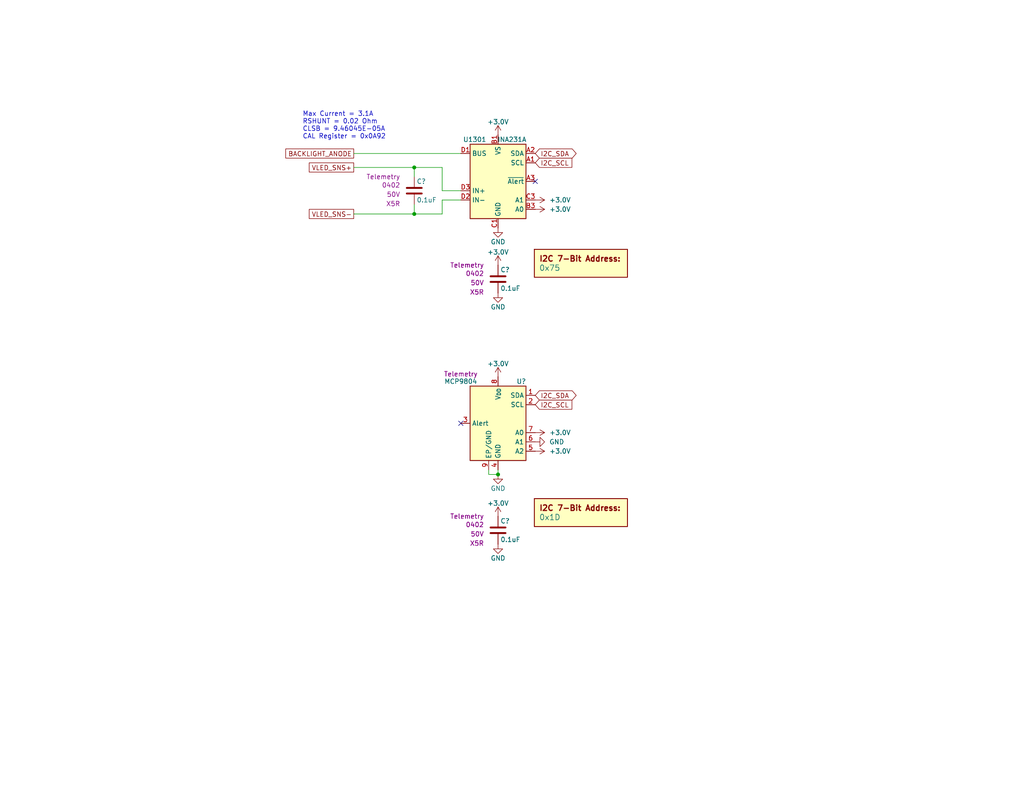
<source format=kicad_sch>
(kicad_sch (version 20231120) (generator "eeschema") (generator_version "8.0")
  (paper "A")
  (title_block (title "Thermal Camera") (date "2024-05-24") (rev "PRELIM") (company "Drew Maatman and Michael Laffin"))
  (lib_symbols
    (symbol "Custom Library:+3.0V" (power) (pin_names (offset 0))
      (property "Value" "+3.0V" (at 0 3.556 0))
      (symbol "+3.0V_0_1"
        (polyline (pts (xy -0.762 1.27) (xy 0 2.54)))
        (polyline (pts (xy 0 0) (xy 0 2.54)))
        (polyline (pts (xy 0 2.54) (xy 0.762 1.27)))
      )
      (symbol "+3.0V_1_1"
        (pin power_in line (at 0 0 90) (length 0) hide (name "+3.0V") (number "1"))
      )
    )
    (symbol "Custom Library:INA231A"
      (property "Reference" "U" (at -6.35 11.43 0))
      (property "Value" "INA231A" (at 3.81 11.43 0))
      (symbol "INA231A_0_1"
        (rectangle (start 7.62 10.16) (end -7.62 -10.16) (stroke (width 0.254)) (fill (type background)))
      )
      (symbol "INA231A_1_1"
        (pin input line (at 10.16 5.08 180) (length 2.54) (name "SCL") (number "A1"))
        (pin bidirectional line (at 10.16 7.62 180) (length 2.54) (name "SDA") (number "A2"))
        (pin open_collector line (at 10.16 0 180) (length 2.54) (name "~{Alert}") (number "A3"))
        (pin power_in line (at 0 12.7 270) (length 2.54) (name "VS") (number "B1"))
        (pin no_connect line (at 2.54 -12.7 90) (length 2.54) hide (name "NC") (number "B2"))
        (pin input line (at 10.16 -7.62 180) (length 2.54) (name "A0") (number "B3"))
        (pin power_in line (at 0 -12.7 90) (length 2.54) (name "GND") (number "C1"))
        (pin no_connect line (at 5.08 -12.7 90) (length 2.54) hide (name "NC") (number "C2"))
        (pin input line (at 10.16 -5.08 180) (length 2.54) (name "A1") (number "C3"))
        (pin input line (at -10.16 7.62 0) (length 2.54) (name "BUS") (number "D1"))
        (pin input line (at -10.16 -5.08 0) (length 2.54) (name "IN-") (number "D2"))
        (pin input line (at -10.16 -2.54 0) (length 2.54) (name "IN+") (number "D3"))
      )
    )
    (symbol "Custom_Library:C_Custom" (pin_numbers hide) (pin_names (offset 0.254))
      (property "Reference" "C" (at 0.635 2.54 0))
      (property "Value" "Custom_Library_C_Custom" (at 0.635 -2.54 0))
      (property "display_footprint" "Foot" (at -3.81 2.54 0))
      (property "Voltage" "V" (at -3.81 0 0))
      (property "Dielectric" "Er" (at -3.81 -2.54 0))
      (symbol "C_Custom_0_1"
        (polyline (pts (xy -2.032 -0.762) (xy 2.032 -0.762)) (stroke (width 0.508)))
        (polyline (pts (xy -2.032 0.762) (xy 2.032 0.762)) (stroke (width 0.508)))
      )
      (symbol "C_Custom_1_1"
        (pin passive line (at 0 3.81 270) (length 2.794) (name "~") (number "1"))
        (pin passive line (at 0 -3.81 90) (length 2.794) (name "~") (number "2"))
      )
    )
    (symbol "Custom_Library:I2C_Address" (pin_names (offset 1.016))
      (property "Value" "Custom_Library_I2C_Address" (at -11.43 0 0))
      (symbol "I2C_Address_0_0"
        (rectangle (start -12.7 5.08) (end 12.7 -2.54) (stroke (width 0.254)) (fill (type background)))
        (text "I2C 7-Bit Address:" (at -11.43 2.54 0) (effects (font (size 1.524 1.524) (bold yes)) (justify left)))
      )
    )
    (symbol "Sensor_Temperature:MCP9804_DFN"
      (property "Reference" "U" (at -6.35 11.43 0))
      (property "Value" "MCP9804_DFN" (at 10.16 11.43 0))
      (symbol "MCP9804_DFN_0_1"
        (rectangle (start -7.62 10.16) (end 7.62 -10.16) (stroke (width 0.254)) (fill (type background)))
      )
      (symbol "MCP9804_DFN_1_1"
        (pin bidirectional line (at -10.16 7.62 0) (length 2.54) (name "SDA") (number "1"))
        (pin input line (at -10.16 5.08 0) (length 2.54) (name "SCL") (number "2"))
        (pin output line (at 10.16 0 180) (length 2.54) (name "Alert") (number "3"))
        (pin power_in line (at 0 -12.7 90) (length 2.54) (name "GND") (number "4"))
        (pin input line (at -10.16 -7.62 0) (length 2.54) (name "A2") (number "5"))
        (pin input line (at -10.16 -5.08 0) (length 2.54) (name "A1") (number "6"))
        (pin input line (at -10.16 -2.54 0) (length 2.54) (name "A0") (number "7"))
        (pin power_in line (at 0 12.7 270) (length 2.54) (name "V_{DD}") (number "8"))
        (pin power_in line (at 2.54 -12.7 90) (length 2.54) (name "EP/GND") (number "9"))
      )
    )
    (symbol "power:GND" (power) (pin_names (offset 0))
      (property "Value" "GND" (at 0 -3.81 0))
      (symbol "GND_0_1"
        (polyline (pts (xy 0 0) (xy 0 -1.27) (xy 1.27 -1.27) (xy 0 -2.54) (xy -1.27 -1.27) (xy 0 -1.27)))
      )
      (symbol "GND_1_1"
        (pin power_in line (at 0 0 270) (length 0) hide (name "GND") (number "1"))
      )
    )
  )
  (junction (at 113.03 45.72))
  (junction (at 135.89 129.54))
  (junction (at 113.03 58.42))
  (no_connect (at 125.73 115.57))
  (no_connect (at 146.05 49.53))
  (wire (pts (xy 135.89 129.54) (xy 135.89 128.27)))
  (wire (pts (xy 120.65 54.61) (xy 120.65 58.42)))
  (wire (pts (xy 113.03 48.26) (xy 113.03 45.72)))
  (wire (pts (xy 113.03 55.88) (xy 113.03 58.42)))
  (wire (pts (xy 135.89 129.54) (xy 133.35 129.54)))
  (wire (pts (xy 120.65 58.42) (xy 113.03 58.42)))
  (wire (pts (xy 96.52 58.42) (xy 113.03 58.42)))
  (wire (pts (xy 120.65 52.07) (xy 120.65 45.72)))
  (wire (pts (xy 120.65 54.61) (xy 125.73 54.61)))
  (wire (pts (xy 125.73 52.07) (xy 120.65 52.07)))
  (wire (pts (xy 96.52 41.91) (xy 125.73 41.91)))
  (wire (pts (xy 96.52 45.72) (xy 113.03 45.72)))
  (wire (pts (xy 120.65 45.72) (xy 113.03 45.72)))
  (wire (pts (xy 133.35 129.54) (xy 133.35 128.27)))
  (text "Max Current = 3.1A\nRSHUNT = 0.02 Ohm\nCLSB = 9.46045E-05A\nCAL Register = 0x0A92" (at 82.55 38.1 0) (effects (font (size 1.27 1.27)) (justify left bottom)))
  (global_label "VLED_SNS+" (shape passive) (at 96.52 45.72 180) (property "Intersheetrefs" "${INTERSHEET_REFS}" (effects (hide yes))))
  (global_label "VLED_SNS-" (shape passive) (at 96.52 58.42 180) (property "Intersheetrefs" "${INTERSHEET_REFS}" (effects (hide yes))))
  (global_label "I2C_SDA" (shape bidirectional) (at 146.05 41.91 0) (property "Intersheetrefs" "${INTERSHEET_REFS}" (effects (hide yes))))
  (global_label "I2C_SCL" (shape input) (at 146.05 44.45 0) (property "Intersheetrefs" "${INTERSHEET_REFS}" (effects (hide yes))))
  (global_label "BACKLIGHT_ANODE" (shape passive) (at 96.52 41.91 180) (property "Intersheetrefs" "${INTERSHEET_REFS}" (effects (hide yes))))
  (global_label "I2C_SDA" (shape bidirectional) (at 146.05 107.95 0) (property "Intersheetrefs" "${INTERSHEET_REFS}" (effects (hide yes))))
  (global_label "I2C_SCL" (shape input) (at 146.05 110.49 0) (property "Intersheetrefs" "${INTERSHEET_REFS}" (effects (hide yes))))
  (symbol (lib_id "Custom_Library:C_Custom") (at 113.03 52.07 0) (unit 1)
    (property "Reference" "C?" (at 113.665 49.53 0) (effects (justify left)))
    (property "Value" "0.1uF" (at 113.665 54.61 0) (effects (justify left)))
    (property "Footprint" "Capacitors_SMD:C_0402" (effects (hide yes)))
    (property "display_footprint" "0402" (at 109.22 50.546 0) (effects (justify right)))
    (property "Voltage" "50V" (at 109.22 53.086 0) (effects (justify right)))
    (property "Dielectric" "X5R" (at 109.22 55.626 0) (effects (justify right)))
    (property "Configuration" "Telemetry" (at 109.22 48.26 0) (effects (justify right)))
    (instances (project "Nixie_Clock_Core" (path "" (reference "C?") (unit 1))) (project "LED_Panel_Controller" (path "" (reference "C?") (unit 1)) (path "" (reference "C?") (unit 1)) (path "" (reference "C?") (unit 1)) (path "" (reference "C?") (unit 1)) (path "" (reference "C?") (unit 1)) (path "" (reference "C?") (unit 1)) (path "" (reference "C?") (unit 1))) (project "Thermal_Camera" (path "" (reference "C1301") (unit 1))))
  )
  (symbol (lib_id "Custom Library:+3.0V") (at 146.05 118.11 270) (unit 1)
    (property "Reference" "#PWR01311" (effects (hide yes)))
    (property "Value" "+3.0V" (at 149.86 118.1099 90) (effects (justify left)))
  )
  (symbol (lib_id "Custom Library:+3.0V") (at 135.89 72.39 0) (unit 1)
    (property "Reference" "#PWR01303" (effects (hide yes)))
    (property "Value" "+3.0V" (at 135.89 68.834 0))
  )
  (symbol (lib_id "power:GND") (at 135.89 148.59 0) (unit 1)
    (property "Reference" "#PWR?" (effects (hide yes)))
    (property "Value" "GND" (at 135.89 152.4 0))
    (instances (project "Nixie_Clock_Core" (path "" (reference "#PWR?") (unit 1))) (project "LED_Panel_Controller" (path "" (reference "#PWR?") (unit 1)) (path "" (reference "#PWR?") (unit 1)) (path "" (reference "#PWR?") (unit 1)) (path "" (reference "#PWR?") (unit 1)) (path "" (reference "#PWR?") (unit 1)) (path "" (reference "#PWR?") (unit 1))) (project "Thermal_Camera" (path "" (reference "#PWR01308") (unit 1))))
  )
  (symbol (lib_id "Custom Library:+3.0V") (at 135.89 36.83 0) (unit 1)
    (property "Reference" "#PWR01301" (effects (hide yes)))
    (property "Value" "+3.0V" (at 135.89 33.274 0))
  )
  (symbol (lib_id "power:GND") (at 146.05 120.65 90) (mirror x) (unit 1)
    (property "Reference" "#PWR01312" (effects (hide yes)))
    (property "Value" "GND" (at 149.86 120.6499 90) (effects (justify right)))
  )
  (symbol (lib_id "Custom Library:+3.0V") (at 146.05 123.19 270) (unit 1)
    (property "Reference" "#PWR01313" (effects (hide yes)))
    (property "Value" "+3.0V" (at 149.86 123.1899 90) (effects (justify left)))
  )
  (symbol (lib_id "Custom Library:+3.0V") (at 146.05 57.15 270) (unit 1)
    (property "Reference" "#PWR01310" (effects (hide yes)))
    (property "Value" "+3.0V" (at 149.86 57.1499 90) (effects (justify left)))
  )
  (symbol (lib_id "power:GND") (at 135.89 129.54 0) (mirror y) (unit 1)
    (property "Reference" "#PWR?" (effects (hide yes)))
    (property "Value" "GND" (at 135.89 133.35 0))
    (instances (project "Nixie_Clock_Core" (path "" (reference "#PWR?") (unit 1))) (project "LED_Panel_Controller" (path "" (reference "#PWR?") (unit 1)) (path "" (reference "#PWR?") (unit 1)) (path "" (reference "#PWR?") (unit 1)) (path "" (reference "#PWR?") (unit 1)) (path "" (reference "#PWR?") (unit 1)) (path "" (reference "#PWR?") (unit 1)) (path "" (reference "#PWR?") (unit 1))) (project "Thermal_Camera" (path "" (reference "#PWR01306") (unit 1))))
  )
  (symbol (lib_id "Custom_Library:C_Custom") (at 135.89 76.2 0) (unit 1)
    (property "Reference" "C?" (at 136.525 73.66 0) (effects (justify left)))
    (property "Value" "0.1uF" (at 136.525 78.74 0) (effects (justify left)))
    (property "Footprint" "Capacitors_SMD:C_0402" (effects (hide yes)))
    (property "display_footprint" "0402" (at 132.08 74.676 0) (effects (justify right)))
    (property "Voltage" "50V" (at 132.08 77.216 0) (effects (justify right)))
    (property "Dielectric" "X5R" (at 132.08 79.756 0) (effects (justify right)))
    (property "Configuration" "Telemetry" (at 132.08 72.39 0) (effects (justify right)))
    (instances (project "Nixie_Clock_Core" (path "" (reference "C?") (unit 1))) (project "LED_Panel_Controller" (path "" (reference "C?") (unit 1)) (path "" (reference "C?") (unit 1)) (path "" (reference "C?") (unit 1)) (path "" (reference "C?") (unit 1)) (path "" (reference "C?") (unit 1)) (path "" (reference "C?") (unit 1)) (path "" (reference "C?") (unit 1))) (project "Thermal_Camera" (path "" (reference "C1302") (unit 1))))
  )
  (symbol (lib_id "Custom Library:+3.0V") (at 135.89 102.87 0) (unit 1)
    (property "Reference" "#PWR01305" (effects (hide yes)))
    (property "Value" "+3.0V" (at 135.89 99.314 0))
  )
  (symbol (lib_id "Custom Library:+3.0V") (at 146.05 54.61 270) (unit 1)
    (property "Reference" "#PWR01309" (effects (hide yes)))
    (property "Value" "+3.0V" (at 149.86 54.6099 90) (effects (justify left)))
  )
  (symbol (lib_id "power:GND") (at 135.89 80.01 0) (unit 1)
    (property "Reference" "#PWR?" (effects (hide yes)))
    (property "Value" "GND" (at 135.89 83.82 0))
    (instances (project "Nixie_Clock_Core" (path "" (reference "#PWR?") (unit 1))) (project "LED_Panel_Controller" (path "" (reference "#PWR?") (unit 1)) (path "" (reference "#PWR?") (unit 1)) (path "" (reference "#PWR?") (unit 1)) (path "" (reference "#PWR?") (unit 1)) (path "" (reference "#PWR?") (unit 1)) (path "" (reference "#PWR?") (unit 1))) (project "Thermal_Camera" (path "" (reference "#PWR01304") (unit 1))))
  )
  (symbol (lib_id "Sensor_Temperature:MCP9804_DFN") (at 135.89 115.57 0) (mirror y) (unit 1)
    (property "Reference" "U?" (at 142.24 104.14 0))
    (property "Value" "MCP9804" (at 125.73 104.14 0))
    (property "Footprint" "Package_DFN_QFN:DFN-8-1EP_3x2mm_P0.5mm_EP1.3x1.5mm" (effects (hide yes)))
    (property "Datasheet" "http://ww1.microchip.com/downloads/en/DeviceDoc/22203b.pdf" (effects (hide yes)))
    (property "Digi-Key PN" "MCP9804T-E/MCCT-ND" (effects (hide yes)))
    (property "Configuration" "Telemetry" (at 125.73 102.108 0))
    (instances (project "Nixie_Clock_Core" (path "" (reference "U?") (unit 1))) (project "LED_Panel_Controller" (path "" (reference "U?") (unit 1)) (path "" (reference "U?") (unit 1)) (path "" (reference "U?") (unit 1)) (path "" (reference "U?") (unit 1)) (path "" (reference "U?") (unit 1)) (path "" (reference "U?") (unit 1)) (path "" (reference "U?") (unit 1))) (project "Thermal_Camera" (path "" (reference "U1302") (unit 1))))
  )
  (symbol (lib_id "Custom Library:INA231A") (at 135.89 49.53 0) (unit 1)
    (property "Reference" "U1301" (at 129.54 38.1 0))
    (property "Value" "INA231A" (at 139.7 38.1 0))
    (property "Footprint" "Custom Footprints Library:Texas_DSBGA-12_1.65x1.39mm_Layout3x4_P0.4mm" (effects (hide yes)))
    (property "Datasheet" "http://www.ti.com/lit/ds/symlink/ina231.pdf" (effects (hide yes)))
    (property "Digi-Key PN" "296-41263-1-ND" (effects (hide yes)))
  )
  (symbol (lib_id "Custom_Library:C_Custom") (at 135.89 144.78 0) (unit 1)
    (property "Reference" "C?" (at 136.525 142.24 0) (effects (justify left)))
    (property "Value" "0.1uF" (at 136.525 147.32 0) (effects (justify left)))
    (property "Footprint" "Capacitors_SMD:C_0402" (effects (hide yes)))
    (property "display_footprint" "0402" (at 132.08 143.256 0) (effects (justify right)))
    (property "Voltage" "50V" (at 132.08 145.796 0) (effects (justify right)))
    (property "Dielectric" "X5R" (at 132.08 148.336 0) (effects (justify right)))
    (property "Configuration" "Telemetry" (at 132.08 140.97 0) (effects (justify right)))
    (instances (project "Nixie_Clock_Core" (path "" (reference "C?") (unit 1))) (project "LED_Panel_Controller" (path "" (reference "C?") (unit 1)) (path "" (reference "C?") (unit 1)) (path "" (reference "C?") (unit 1)) (path "" (reference "C?") (unit 1)) (path "" (reference "C?") (unit 1)) (path "" (reference "C?") (unit 1)) (path "" (reference "C?") (unit 1))) (project "Thermal_Camera" (path "" (reference "C1303") (unit 1))))
  )
  (symbol (lib_id "power:GND") (at 135.89 62.23 0) (unit 1)
    (property "Reference" "#PWR?" (effects (hide yes)))
    (property "Value" "GND" (at 135.89 66.04 0))
    (instances (project "Nixie_Clock_Core" (path "" (reference "#PWR?") (unit 1))) (project "LED_Panel_Controller" (path "" (reference "#PWR?") (unit 1)) (path "" (reference "#PWR?") (unit 1)) (path "" (reference "#PWR?") (unit 1)) (path "" (reference "#PWR?") (unit 1)) (path "" (reference "#PWR?") (unit 1)) (path "" (reference "#PWR?") (unit 1))) (project "Thermal_Camera" (path "" (reference "#PWR01302") (unit 1))))
  )
  (symbol (lib_id "Custom_Library:I2C_Address") (at 158.496 73.152 0) (unit 1)
    (property "Reference" "DOC?" (effects (hide yes)))
    (property "Value" "0x75" (at 147.066 73.152 0) (effects (font (size 1.524 1.524)) (justify left)))
    (instances (project "Nixie_Clock_Core" (path "" (reference "DOC?") (unit 1))) (project "LED_Panel_Controller" (path "" (reference "DOC?") (unit 1)) (path "" (reference "DOC?") (unit 1)) (path "" (reference "DOC?") (unit 1)) (path "" (reference "DOC?") (unit 1)) (path "" (reference "DOC?") (unit 1)) (path "" (reference "DOC?") (unit 1))) (project "Thermal_Camera" (path "" (reference "DOC1301") (unit 1))))
  )
  (symbol (lib_id "Custom_Library:I2C_Address") (at 158.496 141.224 0) (unit 1)
    (property "Reference" "DOC?" (effects (hide yes)))
    (property "Value" "0x1D" (at 147.066 141.224 0) (effects (font (size 1.524 1.524)) (justify left)))
    (instances (project "Nixie_Clock_Core" (path "" (reference "DOC?") (unit 1))) (project "LED_Panel_Controller" (path "" (reference "DOC?") (unit 1)) (path "" (reference "DOC?") (unit 1)) (path "" (reference "DOC?") (unit 1)) (path "" (reference "DOC?") (unit 1)) (path "" (reference "DOC?") (unit 1)) (path "" (reference "DOC?") (unit 1))) (project "Thermal_Camera" (path "" (reference "DOC1302") (unit 1))))
  )
  (symbol (lib_id "Custom Library:+3.0V") (at 135.89 140.97 0) (unit 1)
    (property "Reference" "#PWR01307" (effects (hide yes)))
    (property "Value" "+3.0V" (at 135.89 137.414 0))
  )
)
</source>
